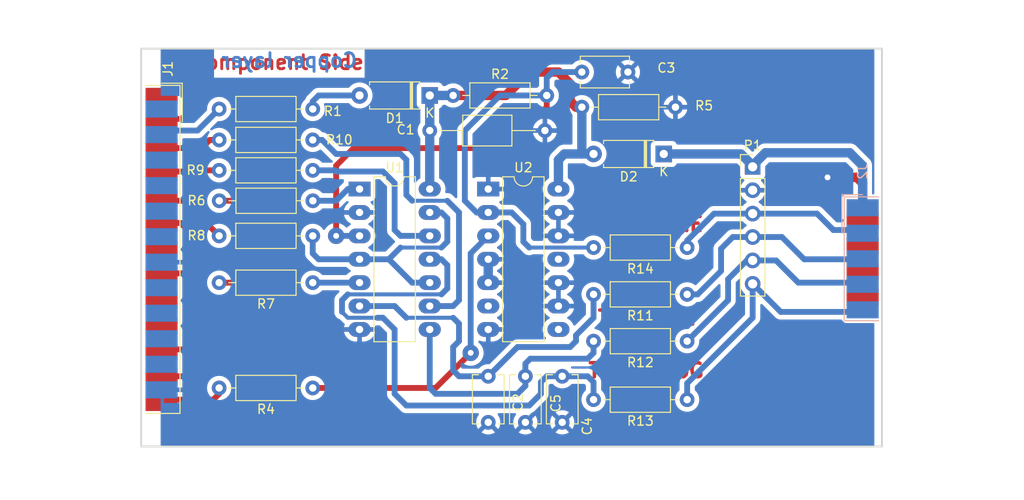
<source format=kicad_pcb>
(kicad_pcb (version 20220818) (generator pcbnew)
  (title_block (rev "1") (company "Kicad Demo"))
  (layers (0 "F.Cu" signal "top_copper") (31 "B.Cu" signal "bottom_copper") (34 "B.Paste" user) (35 "F.Paste" user) (36 "B.SilkS" user "B.Silkscreen") (37 "F.SilkS" user "F.Silkscreen") (38 "B.Mask" user) (39 "F.Mask" user) (44 "Edge.Cuts" user))
  (net 0 "")
  (net 1 "/CLK-D1")
  (net 2 "/CTRL-D3")
  (net 3 "/DONE-SELECT*")
  (net 4 "/PWR_3,3-5V")
  (net 5 "/TCK-CCLK")
  (net 6 "/TD0-DONE")
  (net 7 "/TD0-PROG-D4")
  (net 8 "/TDI-DIN")
  (net 9 "/TDI-DIN-D0")
  (net 10 "/TMS-PROG")
  (net 11 "/TMS-PROG-D2")
  (net 12 "/VCC_SENSE-ERROR*")
  (net 13 "GND")
  (net 14 "VCC")
  (net 15 "Net-(U1B-O)")
  (net 16 "Net-(U1A-O)")
  (net 20 "Net-(U1D-O)")
  (net 21 "Net-(U1C-O)")
  (net 22 "Net-(D1-K)")
  (net 29 "Net-(J1-Pad11)")
  (net 34 "Net-(U2A-O)")
  (net 35 "Net-(U1A-E)")
  (net 36 "Net-(U1B-D)")
  (net 37 "Net-(U1B-E)")
  (net 38 "Net-(U1D-D)")
  (net 39 "Net-(U1C-D)")
  (footprint "Resistor_THT:R_Axial_DIN0207_L6.3mm_D2.5mm_P10.16mm_Horizontal" (layer "F.Cu") (at 162.56 88.9 180)
    (fp_text reference "R14" (at 5.08 -2.31 180) (layer "F.SilkS"))
    (fp_text value "100")
    (fp_line (start 1.04 0) (end 1.81 0) (stroke (width 0.12)) (layer "F.SilkS"))
    (fp_line (start 1.81 -1.37) (end 1.81 1.37) (stroke (width 0.12)) (layer "F.SilkS"))
    (fp_line (start 1.81 1.37) (end 8.35 1.37) (stroke (width 0.12)) (layer "F.SilkS"))
    (fp_line (start 8.35 -1.37) (end 1.81 -1.37) (stroke (width 0.12)) (layer "F.SilkS"))
    (fp_line (start 8.35 1.37) (end 8.35 -1.37) (stroke (width 0.12)) (layer "F.SilkS"))
    (fp_line (start 9.12 0) (end 8.35 0) (stroke (width 0.12)) (layer "F.SilkS"))
    (pad "1" thru_hole circle (at 0 0 180) (size 1.6 1.6) (drill 0.8) (layers *.Cu *.Mask) (net 6 "/TD0-DONE"))
    (pad "2" thru_hole oval (at 10.16 0 180) (size 1.6 1.6) (drill 0.8) (layers *.Cu *.Mask) (net 16 "Net-(U1A-O)"))
  )
  (footprint "Resistor_THT:R_Axial_DIN0207_L6.3mm_D2.5mm_P10.16mm_Horizontal" (layer "F.Cu") (at 121.92 80.518 180)
    (fp_text reference "R9" (at 12.72 0.018 180) (layer "F.SilkS"))
    (fp_text value "100")
    (fp_line (start 1.04 0) (end 1.81 0) (stroke (width 0.12)) (layer "F.SilkS"))
    (fp_line (start 1.81 -1.37) (end 1.81 1.37) (stroke (width 0.12)) (layer "F.SilkS"))
    (fp_line (start 1.81 1.37) (end 8.35 1.37) (stroke (width 0.12)) (layer "F.SilkS"))
    (fp_line (start 8.35 -1.37) (end 1.81 -1.37) (stroke (width 0.12)) (layer "F.SilkS"))
    (fp_line (start 8.35 1.37) (end 8.35 -1.37) (stroke (width 0.12)) (layer "F.SilkS"))
    (fp_line (start 9.12 0) (end 8.35 0) (stroke (width 0.12)) (layer "F.SilkS"))
    (pad "1" thru_hole circle (at 0 0 180) (size 1.6 1.6) (drill 0.8) (layers *.Cu *.Mask) (net 38 "Net-(U1D-D)"))
    (pad "2" thru_hole oval (at 10.16 0 180) (size 1.6 1.6) (drill 0.8) (layers *.Cu *.Mask) (net 11 "/TMS-PROG-D2"))
  )
  (footprint "Resistor_THT:R_Axial_DIN0207_L6.3mm_D2.5mm_P10.16mm_Horizontal" (layer "F.Cu") (at 121.92 104.14 180)
    (fp_text reference "R4" (at 5.08 -2.31 180) (layer "F.SilkS"))
    (fp_text value "47")
    (fp_line (start 1.04 0) (end 1.81 0) (stroke (width 0.12)) (layer "F.SilkS"))
    (fp_line (start 1.81 -1.37) (end 1.81 1.37) (stroke (width 0.12)) (layer "F.SilkS"))
    (fp_line (start 1.81 1.37) (end 8.35 1.37) (stroke (width 0.12)) (layer "F.SilkS"))
    (fp_line (start 8.35 -1.37) (end 1.81 -1.37) (stroke (width 0.12)) (layer "F.SilkS"))
    (fp_line (start 8.35 1.37) (end 8.35 -1.37) (stroke (width 0.12)) (layer "F.SilkS"))
    (fp_line (start 9.12 0) (end 8.35 0) (stroke (width 0.12)) (layer "F.SilkS"))
    (pad "1" thru_hole circle (at 0 0 180) (size 1.6 1.6) (drill 0.8) (layers *.Cu *.Mask) (net 34 "Net-(U2A-O)"))
    (pad "2" thru_hole oval (at 10.16 0 180) (size 1.6 1.6) (drill 0.8) (layers *.Cu *.Mask) (net 3 "/DONE-SELECT*"))
  )
  (footprint "Resistor_THT:R_Axial_DIN0207_L6.3mm_D2.5mm_P10.16mm_Horizontal" (layer "F.Cu") (at 162.56 105.41 180)
    (fp_text reference "R13" (at 5.08 -2.31 180) (layer "F.SilkS"))
    (fp_text value "100")
    (fp_line (start 1.04 0) (end 1.81 0) (stroke (width 0.12)) (layer "F.SilkS"))
    (fp_line (start 1.81 -1.37) (end 1.81 1.37) (stroke (width 0.12)) (layer "F.SilkS"))
    (fp_line (start 1.81 1.37) (end 8.35 1.37) (stroke (width 0.12)) (layer "F.SilkS"))
    (fp_line (start 8.35 -1.37) (end 1.81 -1.37) (stroke (width 0.12)) (layer "F.SilkS"))
    (fp_line (start 8.35 1.37) (end 8.35 -1.37) (stroke (width 0.12)) (layer "F.SilkS"))
    (fp_line (start 9.12 0) (end 8.35 0) (stroke (width 0.12)) (layer "F.SilkS"))
    (pad "1" thru_hole circle (at 0 0 180) (size 1.6 1.6) (drill 0.8) (layers *.Cu *.Mask) (net 10 "/TMS-PROG"))
    (pad "2" thru_hole oval (at 10.16 0 180) (size 1.6 1.6) (drill 0.8) (layers *.Cu *.Mask) (net 20 "Net-(U1D-O)"))
  )
  (footprint "Resistor_THT:R_Axial_DIN0207_L6.3mm_D2.5mm_P10.16mm_Horizontal" (layer "F.Cu") (at 162.56 99.06 180)
    (fp_text reference "R12" (at 5.08 -2.31 180) (layer "F.SilkS"))
    (fp_text value "100")
    (fp_line (start 1.04 0) (end 1.81 0) (stroke (width 0.12)) (layer "F.SilkS"))
    (fp_line (start 1.81 -1.37) (end 1.81 1.37) (stroke (width 0.12)) (layer "F.SilkS"))
    (fp_line (start 1.81 1.37) (end 8.35 1.37) (stroke (width 0.12)) (layer "F.SilkS"))
    (fp_line (start 8.35 -1.37) (end 1.81 -1.37) (stroke (width 0.12)) (layer "F.SilkS"))
    (fp_line (start 8.35 1.37) (end 8.35 -1.37) (stroke (width 0.12)) (layer "F.SilkS"))
    (fp_line (start 9.12 0) (end 8.35 0) (stroke (width 0.12)) (layer "F.SilkS"))
    (pad "1" thru_hole circle (at 0 0 180) (size 1.6 1.6) (drill 0.8) (layers *.Cu *.Mask) (net 5 "/TCK-CCLK"))
    (pad "2" thru_hole oval (at 10.16 0 180) (size 1.6 1.6) (drill 0.8) (layers *.Cu *.Mask) (net 21 "Net-(U1C-O)"))
  )
  (footprint "Resistor_THT:R_Axial_DIN0207_L6.3mm_D2.5mm_P10.16mm_Horizontal" (layer "F.Cu") (at 162.56 93.98 180)
    (fp_text reference "R11" (at 5.08 -2.31 180) (layer "F.SilkS"))
    (fp_text value "100")
    (fp_line (start 1.04 0) (end 1.81 0) (stroke (width 0.12)) (layer "F.SilkS"))
    (fp_line (start 1.81 -1.37) (end 1.81 1.37) (stroke (width 0.12)) (layer "F.SilkS"))
    (fp_line (start 1.81 1.37) (end 8.35 1.37) (stroke (width 0.12)) (layer "F.SilkS"))
    (fp_line (start 8.35 -1.37) (end 1.81 -1.37) (stroke (width 0.12)) (layer "F.SilkS"))
    (fp_line (start 8.35 1.37) (end 8.35 -1.37) (stroke (width 0.12)) (layer "F.SilkS"))
    (fp_line (start 9.12 0) (end 8.35 0) (stroke (width 0.12)) (layer "F.SilkS"))
    (pad "1" thru_hole circle (at 0 0 180) (size 1.6 1.6) (drill 0.8) (layers *.Cu *.Mask) (net 8 "/TDI-DIN"))
    (pad "2" thru_hole oval (at 10.16 0 180) (size 1.6 1.6) (drill 0.8) (layers *.Cu *.Mask) (net 15 "Net-(U1B-O)"))
  )
  (footprint "Resistor_THT:R_Axial_DIN0207_L6.3mm_D2.5mm_P10.16mm_Horizontal" (layer "F.Cu") (at 121.92 87.63 180)
    (fp_text reference "R8" (at 12.62 0.03 180) (layer "F.SilkS"))
    (fp_text value "100")
    (fp_line (start 1.04 0) (end 1.81 0) (stroke (width 0.12)) (layer "F.SilkS"))
    (fp_line (start 1.81 -1.37) (end 1.81 1.37) (stroke (width 0.12)) (layer "F.SilkS"))
    (fp_line (start 1.81 1.37) (end 8.35 1.37) (stroke (width 0.12)) (layer "F.SilkS"))
    (fp_line (start 8.35 -1.37) (end 1.81 -1.37) (stroke (width 0.12)) (layer "F.SilkS"))
    (fp_line (start 8.35 1.37) (end 8.35 -1.37) (stroke (width 0.12)) (layer "F.SilkS"))
    (fp_line (start 9.12 0) (end 8.35 0) (stroke (width 0.12)) (layer "F.SilkS"))
    (pad "1" thru_hole circle (at 0 0 180) (size 1.6 1.6) (drill 0.8) (layers *.Cu *.Mask) (net 37 "Net-(U1B-E)"))
    (pad "2" thru_hole oval (at 10.16 0 180) (size 1.6 1.6) (drill 0.8) (layers *.Cu *.Mask) (net 2 "/CTRL-D3"))
  )
  (footprint "Resistor_THT:R_Axial_DIN0207_L6.3mm_D2.5mm_P10.16mm_Horizontal" (layer "F.Cu") (at 121.92 92.71 180)
    (fp_text reference "R7" (at 5.08 -2.31 180) (layer "F.SilkS"))
    (fp_text value "100")
    (fp_line (start 1.04 0) (end 1.81 0) (stroke (width 0.12)) (layer "F.SilkS"))
    (fp_line (start 1.81 -1.37) (end 1.81 1.37) (stroke (width 0.12)) (layer "F.SilkS"))
    (fp_line (start 1.81 1.37) (end 8.35 1.37) (stroke (width 0.12)) (layer "F.SilkS"))
    (fp_line (start 8.35 -1.37) (end 1.81 -1.37) (stroke (width 0.12)) (layer "F.SilkS"))
    (fp_line (start 8.35 1.37) (end 8.35 -1.37) (stroke (width 0.12)) (layer "F.SilkS"))
    (fp_line (start 9.12 0) (end 8.35 0) (stroke (width 0.12)) (layer "F.SilkS"))
    (pad "1" thru_hole circle (at 0 0 180) (size 1.6 1.6) (drill 0.8) (layers *.Cu *.Mask) (net 36 "Net-(U1B-D)"))
    (pad "2" thru_hole oval (at 10.16 0 180) (size 1.6 1.6) (drill 0.8) (layers *.Cu *.Mask) (net 9 "/TDI-DIN-D0"))
  )
  (footprint "Resistor_THT:R_Axial_DIN0207_L6.3mm_D2.5mm_P10.16mm_Horizontal" (layer "F.Cu") (at 121.9327 83.82 180)
    (fp_text reference "R6" (at 12.6327 0.02 180) (layer "F.SilkS"))
    (fp_text value "100")
    (fp_line (start 1.04 0) (end 1.81 0) (stroke (width 0.12)) (layer "F.SilkS"))
    (fp_line (start 1.81 -1.37) (end 1.81 1.37) (stroke (width 0.12)) (layer "F.SilkS"))
    (fp_line (start 1.81 1.37) (end 8.35 1.37) (stroke (width 0.12)) (layer "F.SilkS"))
    (fp_line (start 8.35 -1.37) (end 1.81 -1.37) (stroke (width 0.12)) (layer "F.SilkS"))
    (fp_line (start 8.35 1.37) (end 8.35 -1.37) (stroke (width 0.12)) (layer "F.SilkS"))
    (fp_line (start 9.12 0) (end 8.35 0) (stroke (width 0.12)) (layer "F.SilkS"))
    (pad "1" thru_hole circle (at 0 0 180) (size 1.6 1.6) (drill 0.8) (layers *.Cu *.Mask) (net 35 "Net-(U1A-E)"))
    (pad "2" thru_hole oval (at 10.16 0 180) (size 1.6 1.6) (drill 0.8) (layers *.Cu *.Mask) (net 7 "/TD0-PROG-D4"))
  )
  (footprint "Resistor_THT:R_Axial_DIN0207_L6.3mm_D2.5mm_P10.16mm_Horizontal" (layer "F.Cu") (at 137.16 72.39)
    (fp_text reference "R2" (at 5.08 -2.31) (layer "F.SilkS"))
    (fp_text value "5,1K")
    (fp_line (start 1.04 0) (end 1.81 0) (stroke (width 0.12)) (layer "F.SilkS"))
    (fp_line (start 1.81 -1.37) (end 1.81 1.37) (stroke (width 0.12)) (layer "F.SilkS"))
    (fp_line (start 1.81 1.37) (end 8.35 1.37) (stroke (width 0.12)) (layer "F.SilkS"))
    (fp_line (start 8.35 -1.37) (end 1.81 -1.37) (stroke (width 0.12)) (layer "F.SilkS"))
    (fp_line (start 8.35 1.37) (end 8.35 -1.37) (stroke (width 0.12)) (layer "F.SilkS"))
    (fp_line (start 9.12 0) (end 8.35 0) (stroke (width 0.12)) (layer "F.SilkS"))
    (pad "1" thru_hole circle (at 0 0) (size 1.6 1.6) (drill 0.8) (layers *.Cu *.Mask) (net 14 "VCC"))
    (pad "2" thru_hole oval (at 10.16 0) (size 1.6 1.6) (drill 0.8) (layers *.Cu *.Mask) (net 16 "Net-(U1A-O)"))
  )
  (footprint "Resistor_THT:R_Axial_DIN0207_L6.3mm_D2.5mm_P10.16mm_Horizontal" (layer "F.Cu") (at 151.13 73.66)
    (fp_text reference "R5" (at 13.27 -0.16) (layer "F.SilkS"))
    (fp_text value "1K")
    (fp_line (start 1.04 0) (end 1.81 0) (stroke (width 0.12)) (layer "F.SilkS"))
    (fp_line (start 1.81 -1.37) (end 1.81 1.37) (stroke (width 0.12)) (layer "F.SilkS"))
    (fp_line (start 1.81 1.37) (end 8.35 1.37) (stroke (width 0.12)) (layer "F.SilkS"))
    (fp_line (start 8.35 -1.37) (end 1.81 -1.37) (stroke (width 0.12)) (layer "F.SilkS"))
    (fp_line (start 8.35 1.37) (end 8.35 -1.37) (stroke (width 0.12)) (layer "F.SilkS"))
    (fp_line (start 9.12 0) (end 8.35 0) (stroke (width 0.12)) (layer "F.SilkS"))
    (pad "1" thru_hole circle (at 0 0) (size 1.6 1.6) (drill 0.8) (layers *.Cu *.Mask) (net 14 "VCC"))
    (pad "2" thru_hole oval (at 10.16 0) (size 1.6 1.6) (drill 0.8) (layers *.Cu *.Mask) (net 13 "GND"))
  )
  (footprint "Resistor_THT:R_Axial_DIN0207_L6.3mm_D2.5mm_P10.16mm_Horizontal" (layer "F.Cu") (at 121.92 77.216 180)
    (fp_text reference "R10" (at -2.88 0.016 180) (layer "F.SilkS"))
    (fp_text value "100")
    (fp_line (start 1.04 0) (end 1.81 0) (stroke (width 0.12)) (layer "F.SilkS"))
    (fp_line (start 1.81 -1.37) (end 1.81 1.37) (stroke (width 0.12)) (layer "F.SilkS"))
    (fp_line (start 1.81 1.37) (end 8.35 1.37) (stroke (width 0.12)) (layer "F.SilkS"))
    (fp_line (start 8.35 -1.37) (end 1.81 -1.37) (stroke (width 0.12)) (layer "F.SilkS"))
    (fp_line (start 8.35 1.37) (end 8.35 -1.37) (stroke (width 0.12)) (layer "F.SilkS"))
    (fp_line (start 9.12 0) (end 8.35 0) (stroke (width 0.12)) (layer "F.SilkS"))
    (pad "1" thru_hole circle (at 0 0 180) (size 1.6 1.6) (drill 0.8) (layers *.Cu *.Mask) (net 39 "Net-(U1C-D)"))
    (pad "2" thru_hole oval (at 10.16 0 180) (size 1.6 1.6) (drill 0.8) (layers *.Cu *.Mask) (net 1 "/CLK-D1"))
  )
  (footprint "Diode_THT:D_A-405_P7.62mm_Horizontal" (layer "F.Cu") (at 160.02 78.74 180)
    (fp_text reference "D2" (at 3.81 -2.47 180) (layer "F.SilkS"))
    (fp_text value "BAT46")
    (fp_text user "K" (at 0 -1.9 180) (layer "F.SilkS"))
    (fp_line (start 1.09 -1.47) (end 6.53 -1.47) (stroke (width 0.12)) (layer "F.SilkS"))
    (fp_line (start 1.09 -1.14) (end 1.09 -1.47) (stroke (width 0.12)) (layer "F.SilkS"))
    (fp_line (start 1.09 1.14) (end 1.09 1.47) (stroke (width 0.12)) (layer "F.SilkS"))
    (fp_line (start 1.09 1.47) (end 6.53 1.47) (stroke (width 0.12)) (layer "F.SilkS"))
    (fp_line (start 1.87 -1.47) (end 1.87 1.47) (stroke (width 0.12)) (layer "F.SilkS"))
    (fp_line (start 1.99 -1.47) (end 1.99 1.47) (stroke (width 0.12)) (layer "F.SilkS"))
    (fp_line (start 2.11 -1.47) (end 2.11 1.47) (stroke (width 0.12)) (layer "F.SilkS"))
    (fp_line (start 6.53 -1.47) (end 6.53 -1.14) (stroke (width 0.12)) (layer "F.SilkS"))
    (fp_line (start 6.53 1.47) (end 6.53 1.14) (stroke (width 0.12)) (layer "F.SilkS"))
    (pad "1" thru_hole rect (at 0 0 180) (size 1.8 1.8) (drill 0.9) (layers *.Cu *.Mask) (net 4 "/PWR_3,3-5V"))
    (pad "2" thru_hole oval (at 7.62 0 180) (size 1.8 1.8) (drill 0.9) (layers *.Cu *.Mask) (net 14 "VCC"))
  )
  (footprint "Diode_THT:D_A-405_P7.62mm_Horizontal" (layer "F.Cu") (at 134.62 72.39 180)
    (fp_text reference "D1" (at 3.81 -2.47 180) (layer "F.SilkS"))
    (fp_text value "BAT46")
    (fp_text user "K" (at 0 -1.9 180) (layer "F.SilkS"))
    (fp_line (start 1.09 -1.47) (end 6.53 -1.47) (stroke (width 0.12)) (layer "F.SilkS"))
    (fp_line (start 1.09 -1.14) (end 1.09 -1.47) (stroke (width 0.12)) (layer "F.SilkS"))
    (fp_line (start 1.09 1.14) (end 1.09 1.47) (stroke (width 0.12)) (layer "F.SilkS"))
    (fp_line (start 1.09 1.47) (end 6.53 1.47) (stroke (width 0.12)) (layer "F.SilkS"))
    (fp_line (start 1.87 -1.47) (end 1.87 1.47) (stroke (width 0.12)) (layer "F.SilkS"))
    (fp_line (start 1.99 -1.47) (end 1.99 1.47) (stroke (width 0.12)) (layer "F.SilkS"))
    (fp_line (start 2.11 -1.47) (end 2.11 1.47) (stroke (width 0.12)) (layer "F.SilkS"))
    (fp_line (start 6.53 -1.47) (end 6.53 -1.14) (stroke (width 0.12)) (layer "F.SilkS"))
    (fp_line (start 6.53 1.47) (end 6.53 1.14) (stroke (width 0.12)) (layer "F.SilkS"))
    (pad "1" thru_hole rect (at 0 0 180) (size 1.8 1.8) (drill 0.9) (layers *.Cu *.Mask) (net 14 "VCC"))
    (pad "2" thru_hole oval (at 7.62 0 180) (size 1.8 1.8) (drill 0.9) (layers *.Cu *.Mask) (net 22 "Net-(D1-K)"))
  )
  (footprint "Resistor_THT:R_Axial_DIN0207_L6.3mm_D2.5mm_P10.16mm_Horizontal" (layer "F.Cu") (at 121.92 73.8632 180)
    (fp_text reference "R1" (at -2.18 -0.2368 180) (layer "F.SilkS"))
    (fp_text value "100")
    (fp_line (start 1.04 0) (end 1.81 0) (stroke (width 0.12)) (layer "F.SilkS"))
    (fp_line (start 1.81 -1.37) (end 1.81 1.37) (stroke (width 0.12)) (layer "F.SilkS"))
    (fp_line (start 1.81 1.37) (end 8.35 1.37) (stroke (width 0.12)) (layer "F.SilkS"))
    (fp_line (start 8.35 -1.37) (end 1.81 -1.37) (stroke (width 0.12)) (layer "F.SilkS"))
    (fp_line (start 8.35 1.37) (end 8.35 -1.37) (stroke (width 0.12)) (layer "F.SilkS"))
    (fp_line (start 9.12 0) (end 8.35 0) (stroke (width 0.12)) (layer "F.SilkS"))
    (pad "1" thru_hole circle (at 0 0 180) (size 1.6 1.6) (drill 0.8) (layers *.Cu *.Mask) (net 22 "Net-(D1-K)"))
    (pad "2" thru_hole oval (at 10.16 0 180) (size 1.6 1.6) (drill 0.8) (layers *.Cu *.Mask) (net 12 "/VCC_SENSE-ERROR*"))
  )
  (footprint "Capacitor_THT:C_Axial_L5.1mm_D3.1mm_P12.50mm_Horizontal" (layer "F.Cu") (at 134.62 76.2)
    (fp_text reference "C1" (at -2.62 -0.1) (layer "F.SilkS"))
    (fp_text value "1uF")
    (fp_line (start 1.04 0) (end 3.58 0) (stroke (width 0.12)) (layer "F.SilkS"))
    (fp_line (start 3.58 -1.67) (end 3.58 1.67) (stroke (width 0.12)) (layer "F.SilkS"))
    (fp_line (start 3.58 1.67) (end 8.92 1.67) (stroke (width 0.12)) (layer "F.SilkS"))
    (fp_line (start 8.92 -1.67) (end 3.58 -1.67) (stroke (width 0.12)) (layer "F.SilkS"))
    (fp_line (start 8.92 1.67) (end 8.92 -1.67) (stroke (width 0.12)) (layer "F.SilkS"))
    (fp_line (start 11.46 0) (end 8.92 0) (stroke (width 0.12)) (layer "F.SilkS"))
    (pad "1" thru_hole circle (at 0 0) (size 1.6 1.6) (drill 0.8) (layers *.Cu *.Mask) (net 14 "VCC"))
    (pad "2" thru_hole oval (at 12.5 0) (size 1.6 1.6) (drill 0.8) (layers *.Cu *.Mask) (net 13 "GND"))
  )
  (footprint "Connector_PinHeader_2.54mm:PinHeader_1x06_P2.54mm_Vertical" (layer "F.Cu") (at 169.672 80.137)
    (fp_text reference "P1" (at 0 -2.33) (layer "F.SilkS"))
    (fp_text value "CONN_6")
    (fp_line (start -1.33 -1.33) (end 0 -1.33) (stroke (width 0.12)) (layer "F.SilkS"))
    (fp_line (start -1.33 0) (end -1.33 -1.33) (stroke (width 0.12)) (layer "F.SilkS"))
    (fp_line (start -1.33 1.27) (end -1.33 14.03) (stroke (width 0.12)) (layer "F.SilkS"))
    (fp_line (start -1.33 1.27) (end 1.33 1.27) (stroke (width 0.12)) (layer "F.SilkS"))
    (fp_line (start -1.33 14.03) (end 1.33 14.03) (stroke (width 0.12)) (layer "F.SilkS"))
    (fp_line (start 1.33 1.27) (end 1.33 14.03) (stroke (width 0.12)) (layer "F.SilkS"))
    (pad "1" thru_hole rect (at 0 0) (size 1.7 1.7) (drill 1) (layers *.Cu *.Mask) (net 4 "/PWR_3,3-5V"))
    (pad "2" thru_hole oval (at 0 2.54) (size 1.7 1.7) (drill 1) (layers *.Cu *.Mask) (net 13 "GND"))
    (pad "3" thru_hole oval (at 0 5.08) (size 1.7 1.7) (drill 1) (layers *.Cu *.Mask) (net 6 "/TD0-DONE"))
    (pad "4" thru_hole oval (at 0 7.62) (size 1.7 1.7) (drill 1) (layers *.Cu *.Mask) (net 8 "/TDI-DIN"))
    (pad "5" thru_hole oval (at 0 10.16) (size 1.7 1.7) (drill 1) (layers *.Cu *.Mask) (net 5 "/TCK-CCLK"))
    (pad "6" thru_hole oval (at 0 12.7) (size 1.7 1.7) (drill 1) (layers *.Cu *.Mask) (net 10 "/TMS-PROG"))
  )
  (footprint "Package_DIP:DIP-14_W7.62mm_LongPads" (layer "F.Cu") (at 140.97 82.55)
    (fp_text reference "U2" (at 3.81 -2.33) (layer "F.SilkS"))
    (fp_text value "74LS125")
    (fp_line (start 1.56 -1.33) (end 1.56 16.57) (stroke (width 0.12)) (layer "F.SilkS"))
    (fp_line (start 1.56 16.57) (end 6.06 16.57) (stroke (width 0.12)) (layer "F.SilkS"))
    (fp_line (start 2.81 -1.33) (end 1.56 -1.33) (stroke (width 0.12)) (layer "F.SilkS"))
    (fp_line (start 6.06 -1.33) (end 4.81 -1.33) (stroke (width 0.12)) (layer "F.SilkS"))
    (fp_line (start 6.06 16.57) (end 6.06 -1.33) (stroke (width 0.12)) (layer "F.SilkS"))
    (fp_arc (start 4.81 -1.33) (mid 3.81 -0.33) (end 2.81 -1.33) (stroke (width 0.12)) (layer "F.SilkS"))
    (pad "1" thru_hole rect (at 0 0) (size 2.4 1.6) (drill 0.8) (layers *.Cu *.Mask) (net 13 "GND"))
    (pad "2" thru_hole oval (at 0 2.54) (size 2.4 1.6) (drill 0.8) (layers *.Cu *.Mask) (net 16 "Net-(U1A-O)"))
    (pad "3" thru_hole oval (at 0 5.08) (size 2.4 1.6) (drill 0.8) (layers *.Cu *.Mask) (net 34 "Net-(U2A-O)"))
    (pad "4" thru_hole oval (at 0 7.62) (size 2.4 1.6) (drill 0.8) (layers *.Cu *.Mask) (net 13 "GND"))
    (pad "5" thru_hole oval (at 0 10.16) (size 2.4 1.6) (drill 0.8) (layers *.Cu *.Mask) (net 13 "GND"))
    (pad "6" thru_hole oval (at 0 12.7) (size 2.4 1.6) (drill 0.8) (layers *.Cu *.Mask))
    (pad "7" thru_hole oval (at 0 15.24) (size 2.4 1.6) (drill 0.8) (layers *.Cu *.Mask) (net 13 "GND"))
    (pad "8" thru_hole oval (at 7.62 15.24) (size 2.4 1.6) (drill 0.8) (layers *.Cu *.Mask))
    (pad "9" thru_hole oval (at 7.62 12.7) (size 2.4 1.6) (drill 0.8) (layers *.Cu *.Mask) (net 13 "GND"))
    (pad "10" thru_hole oval (at 7.62 10.16) (size 2.4 1.6) (drill 0.8) (layers *.Cu *.Mask) (net 13 "GND"))
    (pad "11" thru_hole oval (at 7.62 7.62) (size 2.4 1.6) (drill 0.8) (layers *.Cu *.Mask))
    (pad "12" thru_hole oval (at 7.62 5.08) (size 2.4 1.6) (drill 0.8) (layers *.Cu *.Mask) (net 13 "GND"))
    (pad "13" thru_hole oval (at 7.62 2.54) (size 2.4 1.6) (drill 0.8) (layers *.Cu *.Mask) (net 13 "GND"))
    (pad "14" thru_hole oval (at 7.62 0) (size 2.4 1.6) (drill 0.8) (layers *.Cu *.Mask) (net 14 "VCC"))
  )
  (footprint "Package_DIP:DIP-14_W7.62mm_LongPads" (layer "F.Cu") (at 127 82.55)
    (fp_text reference "U1" (at 3.81 -2.33) (layer "F.SilkS"))
    (fp_text value "74LS125")
    (fp_line (start 1.56 -1.33) (end 1.56 16.57) (stroke (width 0.12)) (layer "F.SilkS"))
    (fp_line (start 1.56 16.57) (end 6.06 16.57) (stroke (width 0.12)) (layer "F.SilkS"))
    (fp_line (start 2.81 -1.33) (end 1.56 -1.33) (stroke (width 0.12)) (layer "F.SilkS"))
    (fp_line (start 6.06 -1.33) (end 4.81 -1.33) (stroke (width 0.12)) (layer "F.SilkS"))
    (fp_line (start 6.06 16.57) (end 6.06 -1.33) (stroke (width 0.12)) (layer "F.SilkS"))
    (fp_arc (start 4.81 -1.33) (mid 3.81 -0.33) (end 2.81 -1.33) (stroke (width 0.12)) (layer "F.SilkS"))
    (pad "1" thru_hole rect (at 0 0) (size 2.4 1.6) (drill 0.8) (layers *.Cu *.Mask) (net 35 "Net-(U1A-E)"))
    (pad "2" thru_hole oval (at 0 2.54) (size 2.4 1.6) (drill 0.8) (layers *.Cu *.Mask) (net 13 "GND"))
    (pad "3" thru_hole oval (at 0 5.08) (size 2.4 1.6) (drill 0.8) (layers *.Cu *.Mask) (net 16 "Net-(U1A-O)"))
    (pad "4" thru_hole oval (at 0 7.62) (size 2.4 1.6) (drill 0.8) (layers *.Cu *.Mask) (net 37 "Net-(U1B-E)"))
    (pad "5" thru_hole oval (at 0 10.16) (size 2.4 1.6) (drill 0.8) (layers *.Cu *.Mask) (net 36 "Net-(U1B-D)"))
    (pad "6" thru_hole oval (at 0 12.7) (size 2.4 1.6) (drill 0.8) (layers *.Cu *.Mask) (net 15 "Net-(U1B-O)"))
    (pad "7" thru_hole oval (at 0 15.24) (size 2.4 1.6) (drill 0.8) (layers *.Cu *.Mask) (net 13 "GND"))
    (pad "8" thru_hole oval (at 7.62 15.24) (size 2.4 1.6) (drill 0.8) (layers *.Cu *.Mask) (net 21 "Net-(U1C-O)"))
    (pad "9" thru_hole oval (at 7.62 12.7) (size 2.4 1.6) (drill 0.8) (layers *.Cu *.Mask) (net 39 "Net-(U1C-D)"))
    (pad "10" thru_hole oval (at 7.62 10.16) (size 2.4 1.6) (drill 0.8) (layers *.Cu *.Mask) (net 37 "Net-(U1B-E)"))
    (pad "11" thru_hole oval (at 7.62 7.62) (size 2.4 1.6) (drill 0.8) (layers *.Cu *.Mask) (net 20 "Net-(U1D-O)"))
    (pad "12" thru_hole oval (at 7.62 5.08) (size 2.4 1.6) (drill 0.8) (layers *.Cu *.Mask) (net 38 "Net-(U1D-D)"))
    (pad "13" thru_hole oval (at 7.62 2.54) (size 2.4 1.6) (drill 0.8) (layers *.Cu *.Mask) (net 37 "Net-(U1B-E)"))
    (pad "14" thru_hole oval (at 7.62 0) (size 2.4 1.6) (drill 0.8) (layers *.Cu *.Mask) (net 14 "VCC"))
  )
  (footprint "Capacitor_THT:C_Disc_D5.1mm_W3.2mm_P5.00mm" (layer "F.Cu") (at 145 102.87 -90)
    (fp_text reference "C5" (at 2.93 -3.3 -90) (layer "F.SilkS"))
    (fp_text value "100pF")
    (fp_line (start -0.17 -1.721) (end -0.17 -1.055) (stroke (width 0.12)) (layer "F.SilkS"))
    (fp_line (start -0.17 -1.721) (end 5.17 -1.721) (stroke (width 0.12)) (layer "F.SilkS"))
    (fp_line (start -0.17 1.055) (end -0.17 1.721) (stroke (width 0.12)) (layer "F.SilkS"))
    (fp_line (start -0.17 1.721) (end 5.17 1.721) (stroke (width 0.12)) (layer "F.SilkS"))
    (fp_line (start 5.17 -1.721) (end 5.17 -1.055) (stroke (width 0.12)) (layer "F.SilkS"))
    (fp_line (start 5.17 1.055) (end 5.17 1.721) (stroke (width 0.12)) (layer "F.SilkS"))
    (pad "1" thru_hole circle (at 0 0 270) (size 1.6 1.6) (drill 0.8) (layers *.Cu *.Mask) (net 21 "Net-(U1C-O)"))
    (pad "2" thru_hole circle (at 5 0 270) (size 1.6 1.6) (drill 0.8) (layers *.Cu *.Mask) (net 13 "GND"))
  )
  (footprint "Capacitor_THT:C_Disc_D5.1mm_W3.2mm_P5.00mm" (layer "F.Cu") (at 149 102.87 -90)
    (fp_text reference "C4" (at 5.43 -2.7 -90) (layer "F.SilkS"))
    (fp_text value "100pF")
    (fp_line (start -0.17 -1.721) (end -0.17 -1.055) (stroke (width 0.12)) (layer "F.SilkS"))
    (fp_line (start -0.17 -1.721) (end 5.17 -1.721) (stroke (width 0.12)) (layer "F.SilkS"))
    (fp_line (start -0.17 1.055) (end -0.17 1.721) (stroke (width 0.12)) (layer "F.SilkS"))
    (fp_line (start -0.17 1.721) (end 5.17 1.721) (stroke (width 0.12)) (layer "F.SilkS"))
    (fp_line (start 5.17 -1.721) (end 5.17 -1.055) (stroke (width 0.12)) (layer "F.SilkS"))
    (fp_line (start 5.17 1.055) (end 5.17 1.721) (stroke (width 0.12)) (layer "F.SilkS"))
    (pad "1" thru_hole circle (at 0 0 270) (size 1.6 1.6) (drill 0.8) (layers *.Cu *.Mask) (net 20 "Net-(U1D-O)"))
    (pad "2" thru_hole circle (at 5 0 270) (size 1.6 1.6) (drill 0.8) (layers *.Cu *.Mask) (net 13 "GND"))
  )
  (footprint "Capacitor_THT:C_Disc_D5.1mm_W3.2mm_P5.00mm" (layer "F.Cu") (at 151.13 69.85)
    (fp_text reference "C3" (at 9.17 -0.45) (layer "F.SilkS"))
    (fp_text value "100pF")
    (fp_line (start -0.17 -1.721) (end -0.17 -1.055) (stroke (width 0.12)) (layer "F.SilkS"))
    (fp_line (start -0.17 -1.721) (end 5.17 -1.721) (stroke (width 0.12)) (layer "F.SilkS"))
    (fp_line (start -0.17 1.055) (end -0.17 1.721) (stroke (width 0.12)) (layer "F.SilkS"))
    (fp_line (start -0.17 1.721) (end 5.17 1.721) (stroke (width 0.12)) (layer "F.SilkS"))
    (fp_line (start 5.17 -1.721) (end 5.17 -1.055) (stroke (width 0.12)) (layer "F.SilkS"))
    (fp_line (start 5.17 1.055) (end 5.17 1.721) (stroke (width 0.12)) (layer "F.SilkS"))
    (pad "1" thru_hole circle (at 0 0) (size 1.6 1.6) (drill 0.8) (layers *.Cu *.Mask) (net 16 "Net-(U1A-O)"))
    (pad "2" thru_hole circle (at 5 0) (size 1.6 1.6) (drill 0.8) (layers *.Cu *.Mask) (net 13 "GND"))
  )
  (footprint "Capacitor_THT:C_Disc_D5.1mm_W3.2mm_P5.00mm" (layer "F.Cu") (at 140.97 102.87 -90)
    (fp_text reference "C2" (at 2.83 -3.23 -90) (layer "F.SilkS"))
    (fp_text value "100pF")
    (fp_line (start -0.17 -1.721) (end -0.17 -1.055) (stroke (width 0.12)) (layer "F.SilkS"))
    (fp_line (start -0.17 -1.721) (end 5.17 -1.721) (stroke (width 0.12)) (layer "F.SilkS"))
    (fp_line (start -0.17 1.055) (end -0.17 1.721) (stroke (width 0.12)) (layer "F.SilkS"))
    (fp_line (start -0.17 1.721) (end 5.17 1.721) (stroke (width 0.12)) (layer "F.SilkS"))
    (fp_line (start 5.17 -1.721) (end 5.17 -1.055) (stroke (width 0.12)) (layer "F.SilkS"))
    (fp_line (start 5.17 1.055) (end 5.17 1.721) (stroke (width 0.12)) (layer "F.SilkS"))
    (pad "1" thru_hole circle (at 0 0 270) (size 1.6 1.6) (drill 0.8) (layers *.Cu *.Mask) (net 15 "Net-(U1B-O)"))
    (pad "2" thru_hole circle (at 5 0 270) (size 1.6 1.6) (drill 0.8) (layers *.Cu *.Mask) (net 13 "GND"))
  )
  (footprint "Connector_Dsub:DSUB-25_Male_EdgeMount_P2.77mm" (layer "F.Cu") (at 105.5116 89.1032 -90)
    (fp_text reference "J1" (at -19.6032 -0.6884 -90) (layer "F.SilkS"))
    (fp_text value "DB25MALE")
    (fp_line (start -18.043333 -2.24) (end -13.85 -2.24) (stroke (width 0.12)) (layer "F.SilkS"))
    (fp_line (start -18.043333 0) (end -18.043333 -2.24) (stroke (width 0.12)) (layer "F.SilkS"))
    (fp_line (start -17.803333 -2) (end -17.803333 1.74) (stroke (width 0.12)) (layer "F.SilkS"))
    (fp_line (start 17.803333 -2) (end -17.803333 -2) (stroke (width 0.12)) (layer "F.SilkS"))
    (fp_line (start 17.803333 1.74) (end 17.803333 -2) (stroke (width 0.12)) (layer "F.SilkS"))
    (pad "1" smd rect (at -16.62 0 270) (size 1.846667 3.48) (layers "F.Cu" "F.Paste" "F.Mask"))
    (pad "2" smd rect (at -13.85 0 270) (size 1.846667 3.48) (layers "F.Cu" "F.Paste" "F.Mask") (net 9 "/TDI-DIN-D0"))
    (pad "3" smd rect (at -11.08 0 270) (size 1.846667 3.48) (layers "F.Cu" "F.Paste" "F.Mask") (net 1 "/CLK-D1"))
    (pad "4" smd rect (at -8.31 0 270) (size 1.846667 3.48) (layers "F.Cu" "F.Paste" "F.Mask") (net 11 "/TMS-PROG-D2"))
    (pad "5" smd rect (at -5.54 0 270) (size 1.846667 3.48) (layers "F.Cu" "F.Paste" "F.Mask") (net 2 "/CTRL-D3"))
    (pad "6" smd rect (at -2.77 0 270) (size 1.846667 3.48) (layers "F.Cu" "F.Paste" "F.Mask") (net 7 "/TD0-PROG-D4"))
    (pad "7" smd rect (at 0 0 270) (size 1.846667 3.48) (layers "F.Cu" "F.Paste" "F.Mask"))
    (pad "8" smd rect (at 2.77 0 270) (size 1.846667 3.48) (layers "F.Cu" "F.Paste" "F.Mask") (net 29 "Net-(J1-Pad11)"))
    (pad "9" smd rect (at 5.54 0 270) (size 1.846667 3.48) (layers "F.Cu" "F.Paste" "F.Mask"))
    (pad "10" smd rect (at 8.31 0 270) (size 1.846667 3.48) (layers "F.Cu" "F.Paste" "F.Mask"))
    (pad "11" smd rect (at 11.08 0 270) (size 1.846667 3.48) (layers "F.Cu" "F.Paste" "F.Mask") (net 29 "Net-(J1-Pad11)"))
    (pad "12" smd rect (at 13.85 0 270) (size 1.846667 3.48) (layers "F.Cu" "F.Paste" "F.Mask") (net 29 "Net-(J1-Pad11)"))
    (pad "13" smd rect (at 16.62 0 270) (size 1.846667 3.48) (layers "F.Cu" "F.Paste" "F.Mask") (net 3 "/DONE-SELECT*"))
    (pad "14" smd rect (at -15.235 0 270) (size 1.846667 3.48) (layers "B.Cu" "B.Paste" "B.Mask"))
    (pad "15" smd rect (at -12.465 0 270) (size 1.846667 3.48) (layers "B.Cu" "B.Paste" "B.Mask") (net 12 "/VCC_SENSE-ERROR*"))
    (pad "16" smd rect (at -9.695 0 270) (size 1.846667 3.48) (layers "B.Cu" "B.Paste" "B.Mask"))
    (pad "17" smd rect (at -6.925 0 270) (size 1.846667 3.48) (layers "B.Cu" "B.Paste" "B.Mask"))
    (pad "18" smd rect (at -4.155 0 270) (size 1.846667 3.48) (layers "B.Cu" "B.Paste" "B.Mask"))
    (pad "19" smd rect (at -1.385 0 270) (size 1.846667 3.48) (layers "B.Cu" "B.Paste" "B.Mask"))
    (pad "20" smd rect (at 1.385 0 270) (size 1.846667 3.48) (layers "B.Cu" "B.Paste" "B.Mask") (net 13 "GND"))
    (pad "21" smd rect (at 4.155 0 270) (size 1.846667 3.48) (layers "B.Cu" "B.Paste" "B.Mask"))
    (pad "22" smd rect (at 6.925 0 270) (size 1.846667 3.48) (layers "B.Cu" "B.Paste" "B.Mask"))
    (pad "23" smd rect (at 9.695 0 270) (size 1.846667 3.48) (layers "B.Cu" "B.Paste" "B.Mask"))
    (pad "24" smd rect (at 12.465 0 270) (size 1.846667 3.48) (layers "B.Cu" "B.Paste" "B.Mask"))
    (pad "25" smd rect (at 15.235 0 270) (size 1.846667 3.48) (layers "B.Cu" "B.Paste" "B.Mask") (net 13 "GND"))
  )
  (footprint "Connector_Dsub:DSUB-9_Male_EdgeMount_P2.77mm" (layer "B.Cu") (at 181.61 90.1192 -90)
    (fp_text reference "J2" (at -9.463333 0 -90) (layer "B.SilkS") (effects (justify mirror)))
    (fp_text value "DB9MALE")
    (fp_line (start -6.963333 0) (end -6.963333 2.24) (stroke (width 0.12)) (layer "B.SilkS"))
    (fp_line (start -6.963333 2.24) (end -2.77 2.24) (stroke (width 0.12)) (layer "B.SilkS"))
    (fp_line (start -6.723333 2) (end -6.723333 -1.74) (stroke (width 0.12)) (layer "B.SilkS"))
    (fp_line (start 6.723333 -1.74) (end 6.723333 2) (stroke (width 0.12)) (layer "B.SilkS"))
    (fp_line (start 6.723333 2) (end -6.723333 2) (stroke (width 0.12)) (layer "B.SilkS"))
    (pad "1" smd rect (at -5.54 0 270) (size 1.846667 3.48) (layers "B.Cu" "B.Paste" "B.Mask") (net 4 "/PWR_3,3-5V"))
    (pad "2" smd rect (at -2.77 0 270) (size 1.846667 3.48) (layers "B.Cu" "B.Paste" "B.Mask") (net 6 "/TD0-DONE"))
    (pad "3" smd rect (at 0 0 270) (size 1.846667 3.48) (layers "B.Cu" "B.Paste" "B.Mask") (net 8 "/TDI-DIN"))
    (pad "4" smd rect (at 2.77 0 270) (size 1.846667 3.48) (layers "B.Cu" "B.Paste" "B.Mask") (net 5 "/TCK-CCLK"))
    (pad "5" smd rect (at 5.54 0 270) (size 1.846667 3.48) (layers "B.Cu" "B.Paste" "B.Mask") (net 10 "/TMS-PROG"))
    (pad "6" smd rect (at -4.155 0 270) (size 1.846667 3.48) (layers "F.Cu" "F.Paste" "F.Mask") (net 13 "GND"))
    (pad "7" smd rect (at -1.385 0 270) (size 1.846667 3.48) (layers "F.Cu" "F.Paste" "F.Mask") (net 13 "GND"))
    (pad "8" smd rect (at 1.385 0 270) (size 1.846667 3.48) (layers "F.Cu" "F.Paste" "F.Mask") (net 13 "GND"))
    (pad "9" smd rect (at 4.155 0 270) (size 1.846667 3.48) (layers "F.Cu" "F.Paste" "F.Mask") (net 13 "GND"))
  )
  (gr_line (start 103.3 110.49) (end 103.3 67.31) (stroke (width 0.2)) (layer "Edge.Cuts"))
  (gr_line (start 183.7 110.49) (end 103.3 110.49) (stroke (width 0.2)) (layer "Edge.Cuts"))
  (gr_line (start 103.3 67.31) (end 183.7 67.31) (stroke (width 0.2)) (layer "Edge.Cuts"))
  (gr_line (start 183.7 67.31) (end 183.7 110.49) (stroke (width 0.2)) (layer "Edge.Cuts"))
  (gr_text "TMS-PROG" (at 158.115 102.235) (layer "F.Cu") (effects (font (size 1.524 1.524) (thickness 0.381))))
  (gr_text "TDO-DONE" (at 158.115 86.36) (layer "F.Cu") (effects (font (size 1.524 1.524) (thickness 0.381))))
  (gr_text "GND" (at 162.56 81.28) (layer "F.Cu") (effects (font (size 1.524 1.524) (thickness 0.381))))
  (gr_text "TCK-CCL" (at 158.115 96.52) (layer "F.Cu") (effects (font (size 1.524 1.524) (thickness 0.381))))
  (gr_text "Component Side" (at 118.1 68.8) (layer "F.Cu") (effects (font (size 1.524 1.524) (thickness 0.3048))))
  (gr_text "VCC" (at 162.56 76.2) (layer "F.Cu") (effects (font (size 1.524 1.524) (thickness 0.381))))
  (gr_text "TDI-TIN" (at 158.115 91.44) (layer "F.Cu") (effects (font (size 1.524 1.524) (thickness 0.381))))
  (gr_text "Copper layer" (at 119.38 68.58) (layer "B.Cu") (effects (font (size 1.524 1.524) (thickness 0.3048)) (justify mirror)))
  (segment (start 109.855 78.105) (end 106.045 78.105) (width 0.635) (layer "F.Cu") (net 1))
  (segment (start 111.76 77.216) (end 110.744 77.216) (width 0.635) (layer "F.Cu") (net 1))
  (segment (start 106.045 78.105) (end 105.537 77.978) (width 0.635) (layer "F.Cu") (net 1))
  (segment (start 110.744 77.216) (end 109.855 78.105) (width 0.635) (layer "F.Cu") (net 1))
  (segment (start 109.22 83.82) (end 105.41 83.82) (width 0.635) (layer "F.Cu") (net 2))
  (segment (start 109.855 84.455) (end 109.22 83.82) (width 0.635) (layer "F.Cu") (net 2))
  (segment (start 111.76 87.63) (end 109.855 85.725) (width 0.635) (layer "F.Cu") (net 2))
  (segment (start 109.855 85.725) (end 109.855 84.455) (width 0.635) (layer "F.Cu") (net 2))
  (segment (start 105.41 83.82) (end 105.537 83.439) (width 0.635) (layer "F.Cu") (net 2))
  (segment (start 111.76 104.14) (end 111.76 104.775) (width 0.635) (layer "F.Cu") (net 3))
  (segment (start 111.76 104.775) (end 111.125 105.41) (width 0.635) (layer "F.Cu") (net 3))
  (segment (start 111.125 105.41) (end 105.537 105.41) (width 0.635) (layer "F.Cu") (net 3))
  (segment (start 181.61 80.01) (end 180.213 78.613) (width 1.016) (layer "B.Cu") (net 4))
  (segment (start 160.02 78.74) (end 168.40201 78.74) (width 1.016) (layer "B.Cu") (net 4))
  (segment (start 180.213 78.613) (end 171.050935 78.613) (width 1.016) (layer "B.Cu") (net 4))
  (segment (start 181.61 80.01) (end 181.61 84.582) (width 1.016) (layer "B.Cu") (net 4))
  (segment (start 171.050935 78.613) (end 169.599468 80.064467) (width 1.016) (layer "B.Cu") (net 4))
  (segment (start 168.40201 78.74) (end 169.672 80.00999) (width 1.016) (layer "B.Cu") (net 4))
  (segment (start 169.037 90.297) (end 167.005 92.329) (width 0.635) (layer "B.Cu") (net 5))
  (segment (start 181.61 92.71) (end 181.61 92.964) (width 0.635) (layer "B.Cu") (net 5))
  (segment (start 169.672 90.297) (end 169.037 90.297) (width 0.635) (layer "B.Cu") (net 5))
  (segment (start 174.625 92.71) (end 181.61 92.71) (width 0.635) (layer "B.Cu") (net 5))
  (segment (start 169.672 90.297) (end 172.212 90.297) (width 0.635) (layer "B.Cu") (net 5))
  (segment (start 167.005 92.329) (end 167.005 94.615) (width 0.635) (layer "B.Cu") (net 5))
  (segment (start 172.212 90.297) (end 174.625 92.71) (width 0.635) (layer "B.Cu") (net 5))
  (segment (start 167.005 94.615) (end 162.56 99.06) (width 0.635) (layer "B.Cu") (net 5))
  (segment (start 178.435 86.995) (end 180.975 86.995) (width 0.635) (layer "B.Cu") (net 6))
  (segment (start 180.975 86.995) (end 181.61 87.376) (width 0.635) (layer "B.Cu") (net 6))
  (segment (start 169.672 85.217) (end 176.657 85.217) (width 0.635) (layer "B.Cu") (net 6))
  (segment (start 162.56 88.138) (end 165.481 85.217) (width 0.635) (layer "B.Cu") (net 6))
  (segment (start 165.481 85.217) (end 169.672 85.217) (width 0.635) (layer "B.Cu") (net 6))
  (segment (start 162.56 88.9) (end 162.56 88.138) (width 0.635) (layer "B.Cu") (net 6))
  (segment (start 176.657 85.217) (end 178.435 86.995) (width 0.635) (layer "B.Cu") (net 6))
  (segment (start 110.744 89.408) (end 113.284 89.408) (width 0.635) (layer "F.Cu") (net 7))
  (segment (start 114.3 84.455) (end 113.665 83.82) (width 0.635) (layer "F.Cu") (net 7))
  (segment (start 107.569 86.233) (end 110.744 89.408) (width 0.635) (layer "F.Cu") (net 7))
  (segment (start 114.3 88.392) (end 114.3 84.455) (width 0.635) (layer "F.Cu") (net 7))
  (segment (start 105.537 86.233) (end 107.569 86.233) (width 0.635) (layer "F.Cu") (net 7))
  (segment (start 113.665 83.82) (end 111.76 83.82) (width 0.635) (layer "F.Cu") (net 7))
  (segment (start 113.284 89.408) (end 114.3 88.392) (width 0.635) (layer "F.Cu") (net 7))
  (segment (start 167.513 87.757) (end 166.243 89.027) (width 0.635) (layer "B.Cu") (net 8))
  (segment (start 169.672 87.757) (end 172.847 87.757) (width 0.635) (layer "B.Cu") (net 8))
  (segment (start 175.26 90.17) (end 181.61 90.17) (width 0.635) (layer "B.Cu") (net 8))
  (segment (start 162.56 93.98) (end 163.703 93.98) (width 0.635) (layer "B.Cu") (net 8))
  (segment (start 163.703 93.98) (end 166.243 91.44) (width 0.635) (layer "B.Cu") (net 8))
  (segment (start 166.243 89.027) (end 166.243 91.44) (width 0.635) (layer "B.Cu") (net 8))
  (segment (start 172.847 87.757) (end 175.26 90.17) (width 0.635) (layer "B.Cu") (net 8))
  (segment (start 169.672 87.757) (end 167.513 87.757) (width 0.635) (layer "B.Cu") (net 8))
  (segment (start 116.205 91.44) (end 116.205 72.771) (width 0.635) (layer "F.Cu") (net 9))
  (segment (start 111.76 92.71) (end 114.935 92.71) (width 0.635) (layer "F.Cu") (net 9))
  (segment (start 115.316 71.882) (end 110.744 71.882) (width 0.635) (layer "F.Cu") (net 9))
  (segment (start 114.935 92.71) (end 116.205 91.44) (width 0.635) (layer "F.Cu") (net 9))
  (segment (start 106.045 74.93) (end 106.045 75.565) (width 0.635) (layer "F.Cu") (net 9))
  (segment (start 107.696 74.93) (end 106.045 74.93) (width 0.635) (layer "F.Cu") (net 9))
  (segment (start 106.045 75.565) (end 105.537 75.184) (width 0.635) (layer "F.Cu") (net 9))
  (segment (start 116.205 72.771) (end 115.316 71.882) (width 0.635) (layer "F.Cu") (net 9))
  (segment (start 110.744 71.882) (end 107.696 74.93) (width 0.635) (layer "F.Cu") (net 9))
  (segment (start 181.61 95.885) (end 172.72 95.885) (width 0.635) (layer "B.Cu") (net 10))
  (segment (start 162.56 103.632) (end 169.672 96.52) (width 0.635) (layer "B.Cu") (net 10))
  (segment (start 169.672 96.52) (end 169.672 92.837) (width 0.635) (layer "B.Cu") (net 10))
  (segment (start 181.61 95.885) (end 181.61 95.758) (width 0.635) (layer "B.Cu") (net 10))
  (segment (start 172.72 95.885) (end 169.672 92.837) (width 0.635) (layer "B.Cu") (net 10))
  (segment (start 162.56 105.41) (end 162.56 103.632) (width 0.635) (layer "B.Cu") (net 10))
  (segment (start 109.982 80.518) (end 109.855 80.645) (width 0.635) (layer "F.Cu") (net 11))
  (segment (start 109.855 80.645) (end 106.045 80.645) (width 0.635) (layer "F.Cu") (net 11))
  (segment (start 106.045 80.645) (end 105.537 80.772) (width 0.635) (layer "F.Cu") (net 11))
  (segment (start 111.76 80.518) (end 109.982 80.518) (width 0.635) (layer "F.Cu") (net 11))
  (segment (start 109.4232 76.2) (end 111.76 73.8632) (width 0.635) (layer "B.Cu") (net 12))
  (segment (start 106.045 76.2) (end 105.537 76.581) (width 0.635) (layer "B.Cu") (net 12))
  (segment (start 109.4232 76.2) (end 106.045 76.2) (width 0.635) (layer "B.Cu") (net 12))
  (segment (start 180.975 81.28) (end 181.61 81.915) (width 1.016) (layer "F.Cu") (net 13))
  (segment (start 181.61 88.773) (end 181.61 85.979) (width 1.016) (layer "F.Cu") (net 13))
  (segment (start 181.61 85.979) (end 181.61 81.915) (width 1.016) (layer "F.Cu") (net 13))
  (segment (start 181.61 94.361) (end 181.61 91.567) (width 1.016) (layer "F.Cu") (net 13))
  (segment (start 181.61 91.567) (end 181.61 88.773) (width 1.016) (layer "F.Cu") (net 13))
  (segment (start 177.8 81.28) (end 180.975 81.28) (width 1.016) (layer "F.Cu") (net 13))
  (via (at 177.8 81.28) (size 1.778) (drill 0.635) (layers "F.Cu" "B.Cu") (net 13))
  (segment (start 140.97 92.71) (end 140.97 90.17) (width 1.016) (layer "B.Cu") (net 13))
  (segment (start 148.59 69.85) (end 149.86 71.12) (width 1.016) (layer "F.Cu") (net 14))
  (segment (start 142.875 72.39) (end 145.415 69.85) (width 1.016) (layer "F.Cu") (net 14))
  (segment (start 137.16 72.39) (end 142.875 72.39) (width 1.016) (layer "F.Cu") (net 14))
  (segment (start 149.86 73.025) (end 150.495 73.66) (width 1.016) (layer "F.Cu") (net 14))
  (segment (start 149.86 71.12) (end 149.86 73.025) (width 1.016) (layer "F.Cu") (net 14))
  (segment (start 150.495 73.66) (end 151.13 73.66) (width 1.016) (layer "F.Cu") (net 14))
  (segment (start 145.415 69.85) (end 148.59 69.85) (width 1.016) (layer "F.Cu") (net 14))
  (segment (start 137.16 72.39) (end 134.62 72.39) (width 1.016) (layer "B.Cu") (net 14))
  (segment (start 134.62 82.55) (end 134.62 76.2) (width 1.016) (layer "B.Cu") (net 14))
  (segment (start 151.13 78.74) (end 152.4 78.74) (width 1.016) (layer "B.Cu") (net 14))
  (segment (start 148.59 79.375) (end 149.225 78.74) (width 1.016) (layer "B.Cu") (net 14))
  (segment (start 149.225 78.74) (end 151.13 78.74) (width 1.016) (layer "B.Cu") (net 14))
  (segment (start 148.59 82.55) (end 148.59 79.375) (width 1.016) (layer "B.Cu") (net 14))
  (segment (start 151.13 73.66) (end 151.13 78.74) (width 1.016) (layer "B.Cu") (net 14))
  (segment (start 134.62 76.2) (end 134.62 72.39) (width 1.016) (layer "B.Cu") (net 14))
  (segment (start 137.795 97.155) (end 137.795 99.06) (width 0.635) (layer "B.Cu") (net 15))
  (segment (start 127 95.25) (end 130.81 95.25) (width 0.635) (layer "B.Cu") (net 15))
  (segment (start 140.97 102.87) (end 144.145 99.695) (width 0.635) (layer "B.Cu") (net 15))
  (segment (start 132.08 96.52) (end 137.16 96.52) (width 0.4318) (layer "B.Cu") (net 15))
  (segment (start 152.4 96.52) (end 152.4 93.98) (width 0.635) (layer "B.Cu") (net 15))
  (segment (start 137.795 102.87) (end 140.97 102.87) (width 0.635) (layer "B.Cu") (net 15))
  (segment (start 137.795 99.06) (end 137.16 99.695) (width 0.635) (layer "B.Cu") (net 15))
  (segment (start 130.81 95.25) (end 132.08 96.52) (width 0.635) (layer "B.Cu") (net 15))
  (segment (start 149.86 99.695) (end 150.495 99.06) (width 0.635) (layer "B.Cu") (net 15))
  (segment (start 150.495 99.06) (end 150.495 98.425) (width 0.635) (layer "B.Cu") (net 15))
  (segment (start 137.16 102.235) (end 137.795 102.87) (width 0.635) (layer "B.Cu") (net 15))
  (segment (start 137.16 99.695) (end 137.16 102.235) (width 0.635) (layer "B.Cu") (net 15))
  (segment (start 144.145 99.695) (end 149.86 99.695) (width 0.635) (layer "B.Cu") (net 15))
  (segment (start 150.495 98.425) (end 152.4 96.52) (width 0.635) (layer "B.Cu") (net 15))
  (segment (start 137.16 96.52) (end 137.795 97.155) (width 0.635) (layer "B.Cu") (net 15))
  (segment (start 147.32 73.66) (end 147.32 72.39) (width 0.635) (layer "F.Cu") (net 16))
  (segment (start 144.145 74.93) (end 144.78 74.295) (width 0.635) (layer "F.Cu") (net 16))
  (segment (start 126.365 78.105) (end 143.51 78.105) (width 0.635) (layer "F.Cu") (net 16))
  (segment (start 124.46 87.63) (end 124.46 80.01) (width 0.635) (layer "F.Cu") (net 16))
  (segment (start 124.46 80.01) (end 126.365 78.105) (width 0.635) (layer "F.Cu") (net 16))
  (segment (start 143.51 78.105) (end 144.145 77.47) (width 0.635) (layer "F.Cu") (net 16))
  (segment (start 144.145 77.47) (end 144.145 74.93) (width 0.635) (layer "F.Cu") (net 16))
  (segment (start 146.685 74.295) (end 147.32 73.66) (width 0.635) (layer "F.Cu") (net 16))
  (segment (start 144.78 74.295) (end 146.685 74.295) (width 0.635) (layer "F.Cu") (net 16))
  (via (at 124.46 87.63) (size 1.778) (drill 0.635) (layers "F.Cu" "B.Cu") (net 16))
  (segment (start 147.955 69.85) (end 151.13 69.85) (width 0.635) (layer "B.Cu") (net 16))
  (segment (start 142.24 72.39) (end 147.32 72.39) (width 0.635) (layer "B.Cu") (net 16))
  (segment (start 143.51 85.09) (end 140.97 85.09) (width 0.635) (layer "B.Cu") (net 16))
  (segment (start 138.43 76.2) (end 142.24 72.39) (width 0.635) (layer "B.Cu") (net 16))
  (segment (start 145.415 88.9) (end 144.78 88.265) (width 0.635) (layer "B.Cu") (net 16))
  (segment (start 138.43 83.82) (end 138.43 76.2) (width 0.635) (layer "B.Cu") (net 16))
  (segment (start 140.97 85.09) (end 139.7 85.09) (width 0.635) (layer "B.Cu") (net 16))
  (segment (start 127 87.63) (end 124.46 87.63) (width 0.635) (layer "B.Cu") (net 16))
  (segment (start 139.7 85.09) (end 138.43 83.82) (width 0.635) (layer "B.Cu") (net 16))
  (segment (start 152.4 88.9) (end 145.415 88.9) (width 0.4318) (layer "B.Cu") (net 16))
  (segment (start 144.78 86.36) (end 143.51 85.09) (width 0.635) (layer "B.Cu") (net 16))
  (segment (start 147.32 70.485) (end 147.955 69.85) (width 0.635) (layer "B.Cu") (net 16))
  (segment (start 144.78 88.265) (end 144.78 86.36) (width 0.635) (layer "B.Cu") (net 16))
  (segment (start 147.32 72.39) (end 147.32 70.485) (width 0.635) (layer "B.Cu") (net 16))
  (segment (start 134.62 90.17) (end 135.89 90.17) (width 0.635) (layer "B.Cu") (net 20))
  (segment (start 136.525 93.345) (end 135.89 93.98) (width 0.635) (layer "B.Cu") (net 20))
  (segment (start 135.89 93.98) (end 125.73 93.98) (width 0.4318) (layer "B.Cu") (net 20))
  (segment (start 149 102.87) (end 151.765 102.87) (width 0.635) (layer "B.Cu") (net 20))
  (segment (start 152.4 103.505) (end 152.4 105.41) (width 0.635) (layer "B.Cu") (net 20))
  (segment (start 149 102.87) (end 147.32 102.87) (width 0.635) (layer "B.Cu") (net 20))
  (segment (start 125.73 96.52) (end 125.095 95.885) (width 0.4318) (layer "B.Cu") (net 20))
  (segment (start 125.73 93.98) (end 125.095 94.615) (width 0.635) (layer "B.Cu") (net 20))
  (segment (start 145.415 106.045) (end 146.685 104.775) (width 0.635) (layer "B.Cu") (net 20))
  (segment (start 130.81 97.79) (end 130.81 104.775) (width 0.635) (layer "B.Cu") (net 20))
  (segment (start 129.54 96.52) (end 130.81 97.79) (width 0.635) (layer "B.Cu") (net 20))
  (segment (start 132.08 106.045) (end 145.415 106.045) (width 0.635) (layer "B.Cu") (net 20))
  (segment (start 125.095 94.615) (end 125.095 95.885) (width 0.635) (layer "B.Cu") (net 20))
  (segment (start 135.89 90.17) (end 136.525 90.805) (width 0.635) (layer "B.Cu") (net 20))
  (segment (start 146.685 103.505) (end 147.32 102.87) (width 0.635) (layer "B.Cu") (net 20))
  (segment (start 146.685 104.775) (end 146.685 103.505) (width 0.635) (layer "B.Cu") (net 20))
  (segment (start 151.765 102.87) (end 152.4 103.505) (width 0.635) (layer "B.Cu") (net 20))
  (segment (start 125.73 96.52) (end 128.905 96.52) (width 0.4318) (layer "B.Cu") (net 20))
  (segment (start 128.905 96.52) (end 129.54 96.52) (width 0.635) (layer "B.Cu") (net 20))
  (segment (start 130.81 104.775) (end 132.08 106.045) (width 0.635) (layer "B.Cu") (net 20))
  (segment (start 136.525 90.805) (end 136.525 93.345) (width 0.635) (layer "B.Cu") (net 20))
  (segment (start 145 102.87) (end 145 101.5) (width 0.635) (layer "B.Cu") (net 21))
  (segment (start 152.4 100.33) (end 152.4 99.06) (width 0.635) (layer "B.Cu") (net 21))
  (segment (start 145 101.5) (end 145.535 100.965) (width 0.635) (layer "B.Cu") (net 21))
  (segment (start 145 102.87) (end 145 103.92) (width 0.635) (layer "B.Cu") (net 21))
  (segment (start 151.765 100.965) (end 152.4 100.33) (width 0.635) (layer "B.Cu") (net 21))
  (segment (start 134.62 104.14) (end 135.255 104.775) (width 0.635) (layer "B.Cu") (net 21))
  (segment (start 145 103.92) (end 144.145 104.775) (width 0.635) (layer "B.Cu") (net 21))
  (segment (start 135.255 104.775) (end 144.145 104.775) (width 0.635) (layer "B.Cu") (net 21))
  (segment (start 134.62 97.79) (end 134.62 104.14) (width 0.635) (layer "B.Cu") (net 21))
  (segment (start 145.535 100.965) (end 151.765 100.965) (width 0.635) (layer "B.Cu") (net 21))
  (segment (start 122.555 72.39) (end 127 72.39) (width 0.635) (layer "B.Cu") (net 22))
  (segment (start 121.92 73.025) (end 122.555 72.39) (width 0.635) (layer "B.Cu") (net 22))
  (segment (start 121.92 73.025) (end 121.92 73.8632) (width 0.635) (layer "B.Cu") (net 22))
  (segment (start 109.855 92.329) (end 109.855 102.235) (width 0.635) (layer "F.Cu") (net 29))
  (segment (start 109.22 91.694) (end 109.855 92.329) (width 0.635) (layer "F.Cu") (net 29))
  (segment (start 109.22 102.87) (end 105.41 102.87) (width 0.635) (layer "F.Cu") (net 29))
  (segment (start 105.537 91.694) (end 109.22 91.694) (width 0.635) (layer "F.Cu") (net 29))
  (segment (start 105.537 99.949) (end 109.855 99.949) (width 0.635) (layer "F.Cu") (net 29))
  (segment (start 109.855 102.235) (end 109.22 102.87) (width 0.635) (layer "F.Cu") (net 29))
  (segment (start 135.255 104.14) (end 121.92 104.14) (width 0.635) (layer "F.Cu") (net 34))
  (segment (start 139.065 100.33) (end 135.255 104.14) (width 0.635) (layer "F.Cu") (net 34))
  (via (at 139.065 100.33) (size 1.778) (drill 0.635) (layers "F.Cu" "B.Cu") (net 34))
  (segment (start 140.97 87.63) (end 139.065 89.535) (width 0.635) (layer "B.Cu") (net 34))
  (segment (start 139.065 89.535) (end 139.065 100.33) (width 0.635) (layer "B.Cu") (net 34))
  (segment (start 125.73 82.55) (end 127 82.55) (width 0.635) (layer "B.Cu") (net 35))
  (segment (start 124.46 83.82) (end 125.73 82.55) (width 0.635) (layer "B.Cu") (net 35))
  (segment (start 121.92 83.82) (end 124.46 83.82) (width 0.635) (layer "B.Cu") (net 35))
  (segment (start 121.92 92.71) (end 127 92.71) (width 0.635) (layer "B.Cu") (net 36))
  (segment (start 121.92 89.535) (end 121.92 87.63) (width 0.635) (layer "B.Cu") (net 37))
  (segment (start 135.89 88.9) (end 136.525 88.265) (width 0.635) (layer "B.Cu") (net 37))
  (segment (start 121.92 89.535) (end 122.555 90.17) (width 0.635) (layer "B.Cu") (net 37))
  (segment (start 127 90.17) (end 130.175 90.17) (width 0.635) (layer "B.Cu") (net 37))
  (segment (start 131.445 88.9) (end 135.89 88.9) (width 0.4318) (layer "B.Cu") (net 37))
  (segment (start 122.555 90.17) (end 127 90.17) (width 0.635) (layer "B.Cu") (net 37))
  (segment (start 135.89 85.09) (end 134.62 85.09) (width 0.635) (layer "B.Cu") (net 37))
  (segment (start 132.715 92.71) (end 134.62 92.71) (width 0.635) (layer "B.Cu") (net 37))
  (segment (start 130.175 90.17) (end 132.715 92.71) (width 0.635) (layer "B.Cu") (net 37))
  (segment (start 136.525 88.265) (end 136.525 85.725) (width 0.635) (layer "B.Cu") (net 37))
  (segment (start 135.89 85.09) (end 136.525 85.725) (width 0.635) (layer "B.Cu") (net 37))
  (segment (start 130.175 90.17) (end 131.445 88.9) (width 0.635) (layer "B.Cu") (net 37))
  (segment (start 124.333 80.518) (end 124.46 80.645) (width 0.635) (layer "B.Cu") (net 38))
  (segment (start 130.81 81.915) (end 129.54 80.645) (width 0.635) (layer "B.Cu") (net 38))
  (segment (start 130.81 86.995) (end 130.81 81.915) (width 0.635) (layer "B.Cu") (net 38))
  (segment (start 131.445 87.63) (end 134.62 87.63) (width 0.635) (layer "B.Cu") (net 38))
  (segment (start 129.54 80.645) (end 124.46 80.645) (width 0.635) (layer "B.Cu") (net 38))
  (segment (start 131.445 87.63) (end 130.81 86.995) (width 0.635) (layer "B.Cu") (net 38))
  (segment (start 121.92 80.518) (end 124.333 80.518) (width 0.635) (layer "B.Cu") (net 38))
  (segment (start 121.92 77.216) (end 122.936 77.216) (width 0.635) (layer "B.Cu") (net 39))
  (segment (start 137.795 94.615) (end 137.16 95.25) (width 0.635) (layer "B.Cu") (net 39))
  (segment (start 132.08 83.185) (end 132.715 83.82) (width 0.635) (layer "B.Cu") (net 39))
  (segment (start 132.715 83.82) (end 136.525 83.82) (width 0.4318) (layer "B.Cu") (net 39))
  (segment (start 136.525 83.82) (end 137.795 85.09) (width 0.635) (layer "B.Cu") (net 39))
  (segment (start 122.936 77.216) (end 124.46 78.74) (width 0.635) (layer "B.Cu") (net 39))
  (segment (start 137.795 94.615) (end 137.795 85.09) (width 0.635) (layer "B.Cu") (net 39))
  (segment (start 132.08 79.375) (end 132.08 83.185) (width 0.635) (layer "B.Cu") (net 39))
  (segment (start 137.16 95.25) (end 134.62 95.25) (width 0.635) (layer "B.Cu") (net 39))
  (segment (start 131.445 78.74) (end 132.08 79.375) (width 0.635) (layer "B.Cu") (net 39))
  (segment (start 124.46 78.74) (end 131.445 78.74) (width 0.635) (layer "B.Cu") (net 39))
  (zone (net 13) (net_name "GND") (layer "B.Cu") (connect_pads (clearance 0.508)) (min_thickness 0.254) (fill yes (thermal_gap 0.508) (thermal_bridge_width 0.508))
    (polygon (pts (xy 182.88 110.49) (xy 182.88 67.31) (xy 105.41 67.31) (xy 105.41 110.49)))
  )
)
</source>
